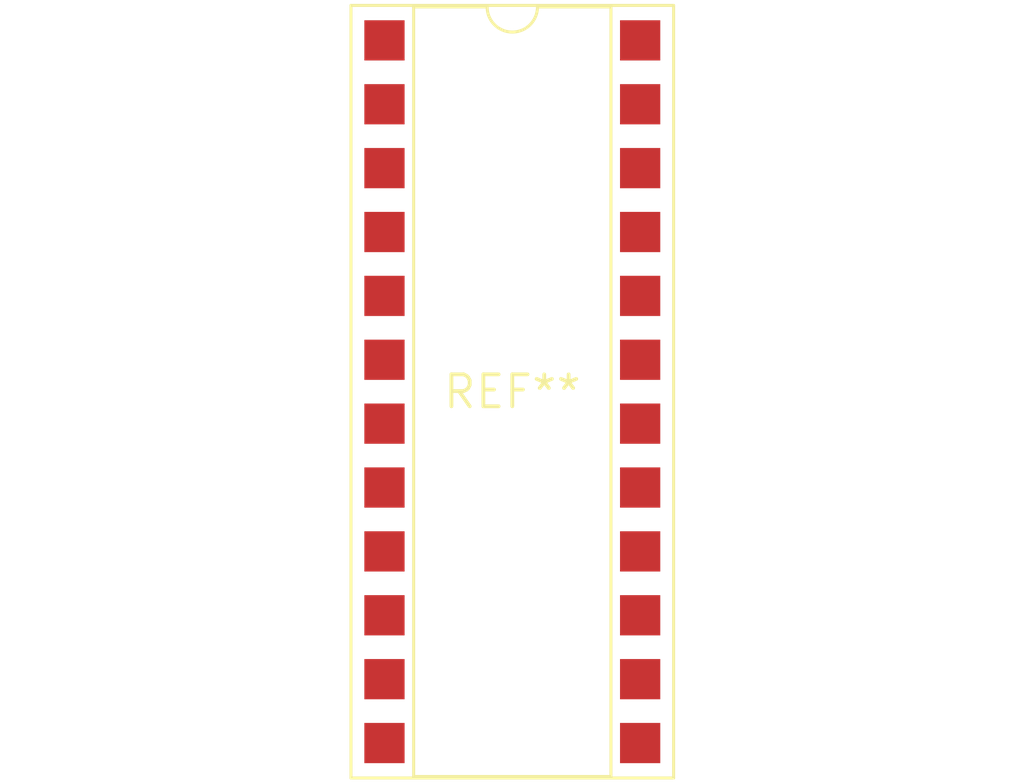
<source format=kicad_pcb>
(kicad_pcb (version 20240108) (generator pcbnew)
  (layers (0 "F.Cu" signal) (31 "B.Cu" signal) (34 "B.Paste" user) (35 "F.Paste" user) (36 "B.SilkS" user "B.Silkscreen") (37 "F.SilkS" user "F.Silkscreen") (38 "B.Mask" user) (39 "F.Mask" user) (44 "Edge.Cuts" user))
  (net 0 "")
  (footprint "DIP-24_W10.16mm_SMDSocket_SmallPads" (layer "F.Cu") (at 0 0)
    (property "Reference" "REF**")
    (property "Value" "DIP-24_W10.16mm_SMDSocket_SmallPads")
    (fp_line (start -6.41 -15.36) (end -6.41 15.36) (layer "F.SilkS") (stroke (width 0.12)))
    (fp_line (start -6.41 15.36) (end 6.41 15.36) (layer "F.SilkS") (stroke (width 0.12)))
    (fp_line (start -3.92 -15.3) (end -3.92 15.3) (layer "F.SilkS") (stroke (width 0.12)))
    (fp_line (start -3.92 15.3) (end 3.92 15.3) (layer "F.SilkS") (stroke (width 0.12)))
    (fp_line (start -1 -15.3) (end -3.92 -15.3) (layer "F.SilkS") (stroke (width 0.12)))
    (fp_line (start 3.92 -15.3) (end 1 -15.3) (layer "F.SilkS") (stroke (width 0.12)))
    (fp_line (start 3.92 15.3) (end 3.92 -15.3) (layer "F.SilkS") (stroke (width 0.12)))
    (fp_line (start 6.41 -15.36) (end -6.41 -15.36) (layer "F.SilkS") (stroke (width 0.12)))
    (fp_line (start 6.41 15.36) (end 6.41 -15.36) (layer "F.SilkS") (stroke (width 0.12)))
    (fp_arc (start 1 -15.3) (mid 0 -14.3) (end -1 -15.3) (layer "F.SilkS") (stroke (width 0.12)))
    (pad "1" smd rect (at -5.08 -13.97) (size 1.6 1.6) (layers "F.Cu" "F.Paste" "F.Mask"))
    (pad "2" smd rect (at -5.08 -11.43) (size 1.6 1.6) (layers "F.Cu" "F.Paste" "F.Mask"))
    (pad "3" smd rect (at -5.08 -8.89) (size 1.6 1.6) (layers "F.Cu" "F.Paste" "F.Mask"))
    (pad "4" smd rect (at -5.08 -6.35) (size 1.6 1.6) (layers "F.Cu" "F.Paste" "F.Mask"))
    (pad "5" smd rect (at -5.08 -3.81) (size 1.6 1.6) (layers "F.Cu" "F.Paste" "F.Mask"))
    (pad "6" smd rect (at -5.08 -1.27) (size 1.6 1.6) (layers "F.Cu" "F.Paste" "F.Mask"))
    (pad "7" smd rect (at -5.08 1.27) (size 1.6 1.6) (layers "F.Cu" "F.Paste" "F.Mask"))
    (pad "8" smd rect (at -5.08 3.81) (size 1.6 1.6) (layers "F.Cu" "F.Paste" "F.Mask"))
    (pad "9" smd rect (at -5.08 6.35) (size 1.6 1.6) (layers "F.Cu" "F.Paste" "F.Mask"))
    (pad "10" smd rect (at -5.08 8.89) (size 1.6 1.6) (layers "F.Cu" "F.Paste" "F.Mask"))
    (pad "11" smd rect (at -5.08 11.43) (size 1.6 1.6) (layers "F.Cu" "F.Paste" "F.Mask"))
    (pad "12" smd rect (at -5.08 13.97) (size 1.6 1.6) (layers "F.Cu" "F.Paste" "F.Mask"))
    (pad "13" smd rect (at 5.08 13.97) (size 1.6 1.6) (layers "F.Cu" "F.Paste" "F.Mask"))
    (pad "14" smd rect (at 5.08 11.43) (size 1.6 1.6) (layers "F.Cu" "F.Paste" "F.Mask"))
    (pad "15" smd rect (at 5.08 8.89) (size 1.6 1.6) (layers "F.Cu" "F.Paste" "F.Mask"))
    (pad "16" smd rect (at 5.08 6.35) (size 1.6 1.6) (layers "F.Cu" "F.Paste" "F.Mask"))
    (pad "17" smd rect (at 5.08 3.81) (size 1.6 1.6) (layers "F.Cu" "F.Paste" "F.Mask"))
    (pad "18" smd rect (at 5.08 1.27) (size 1.6 1.6) (layers "F.Cu" "F.Paste" "F.Mask"))
    (pad "19" smd rect (at 5.08 -1.27) (size 1.6 1.6) (layers "F.Cu" "F.Paste" "F.Mask"))
    (pad "20" smd rect (at 5.08 -3.81) (size 1.6 1.6) (layers "F.Cu" "F.Paste" "F.Mask"))
    (pad "21" smd rect (at 5.08 -6.35) (size 1.6 1.6) (layers "F.Cu" "F.Paste" "F.Mask"))
    (pad "22" smd rect (at 5.08 -8.89) (size 1.6 1.6) (layers "F.Cu" "F.Paste" "F.Mask"))
    (pad "23" smd rect (at 5.08 -11.43) (size 1.6 1.6) (layers "F.Cu" "F.Paste" "F.Mask"))
    (pad "24" smd rect (at 5.08 -13.97) (size 1.6 1.6) (layers "F.Cu" "F.Paste" "F.Mask"))
  )
)
</source>
